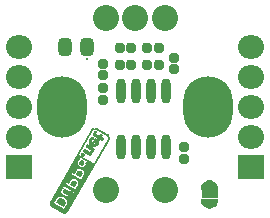
<source format=gbs>
G04*
G04 #@! TF.GenerationSoftware,Altium Limited,Altium Designer,20.0.10 (225)*
G04*
G04 Layer_Color=16711935*
%FSLAX25Y25*%
%MOIN*%
G70*
G01*
G75*
%ADD12O,0.08674X0.07887*%
%ADD13R,0.08674X0.07887*%
%ADD14C,0.08674*%
%ADD15O,0.16548X0.20485*%
%ADD16C,0.01200*%
%ADD17C,0.00400*%
%ADD29O,0.03800X0.01800*%
%ADD33C,0.00100*%
G04:AMPARAMS|DCode=34|XSize=32.5mil|YSize=34mil|CornerRadius=10.13mil|HoleSize=0mil|Usage=FLASHONLY|Rotation=180.000|XOffset=0mil|YOffset=0mil|HoleType=Round|Shape=RoundedRectangle|*
%AMROUNDEDRECTD34*
21,1,0.03250,0.01375,0,0,180.0*
21,1,0.01225,0.03400,0,0,180.0*
1,1,0.02025,-0.00613,0.00688*
1,1,0.02025,0.00613,0.00688*
1,1,0.02025,0.00613,-0.00688*
1,1,0.02025,-0.00613,-0.00688*
%
%ADD34ROUNDEDRECTD34*%
G04:AMPARAMS|DCode=35|XSize=32.5mil|YSize=34mil|CornerRadius=10.13mil|HoleSize=0mil|Usage=FLASHONLY|Rotation=270.000|XOffset=0mil|YOffset=0mil|HoleType=Round|Shape=RoundedRectangle|*
%AMROUNDEDRECTD35*
21,1,0.03250,0.01375,0,0,270.0*
21,1,0.01225,0.03400,0,0,270.0*
1,1,0.02025,-0.00688,-0.00613*
1,1,0.02025,-0.00688,0.00613*
1,1,0.02025,0.00688,0.00613*
1,1,0.02025,0.00688,-0.00613*
%
%ADD35ROUNDEDRECTD35*%
%ADD36R,0.05800X0.02800*%
G04:AMPARAMS|DCode=37|XSize=44mil|YSize=59mil|CornerRadius=13mil|HoleSize=0mil|Usage=FLASHONLY|Rotation=180.000|XOffset=0mil|YOffset=0mil|HoleType=Round|Shape=RoundedRectangle|*
%AMROUNDEDRECTD37*
21,1,0.04400,0.03300,0,0,180.0*
21,1,0.01800,0.05900,0,0,180.0*
1,1,0.02600,-0.00900,0.01650*
1,1,0.02600,0.00900,0.01650*
1,1,0.02600,0.00900,-0.01650*
1,1,0.02600,-0.00900,-0.01650*
%
%ADD37ROUNDEDRECTD37*%
%ADD38O,0.03162X0.08280*%
G36*
X22303Y-30533D02*
X27303Y-30533D01*
X27355Y-30536D01*
X27407Y-30547D01*
X27432Y-30555D01*
X27457Y-30564D01*
X27503Y-30587D01*
X27547Y-30616D01*
X27586Y-30650D01*
Y-30650D01*
X27586D01*
X27621Y-30690D01*
X27650Y-30733D01*
X27674Y-30781D01*
X27682Y-30805D01*
X27690Y-30830D01*
X27700Y-30882D01*
X27704Y-30934D01*
X27704Y-31431D01*
Y-31431D01*
Y-31431D01*
X27700Y-31484D01*
X27690Y-31535D01*
X27682Y-31560D01*
X27674Y-31585D01*
X27673Y-31585D01*
X27293Y-32503D01*
X27293Y-32503D01*
X27281Y-32527D01*
X27270Y-32550D01*
X27241Y-32594D01*
X27206Y-32634D01*
X27206Y-32634D01*
X26503Y-33337D01*
X26503D01*
Y-33337D01*
X26463Y-33371D01*
X26449Y-33381D01*
X26420Y-33400D01*
X26373Y-33424D01*
X25454Y-33804D01*
X25454Y-33804D01*
X25417Y-33817D01*
X25404Y-33821D01*
X25353Y-33831D01*
X25300Y-33835D01*
D01*
X25300D01*
X24803Y-33835D01*
X24306Y-33835D01*
X24306D01*
X24306D01*
X24296Y-33834D01*
X24254Y-33831D01*
X24202Y-33821D01*
X24202Y-33821D01*
D01*
X24201Y-33821D01*
X24152Y-33804D01*
X24152Y-33804D01*
X23234Y-33424D01*
X23234Y-33424D01*
X23187Y-33401D01*
X23187Y-33400D01*
D01*
X23187Y-33400D01*
X23143Y-33371D01*
X23127Y-33358D01*
X23103Y-33337D01*
X23103Y-33337D01*
X22400Y-32634D01*
X22400Y-32634D01*
X22380Y-32610D01*
X22366Y-32594D01*
X22336Y-32550D01*
X22336Y-32550D01*
D01*
X22336Y-32549D01*
X22313Y-32503D01*
X22313Y-32503D01*
X21933Y-31585D01*
X21933Y-31585D01*
X21916Y-31536D01*
X21916Y-31535D01*
D01*
X21916Y-31535D01*
X21906Y-31483D01*
X21903Y-31441D01*
X21902Y-31431D01*
Y-31431D01*
Y-31431D01*
X21902Y-30934D01*
X21903Y-30920D01*
X21906Y-30882D01*
X21916Y-30830D01*
Y-30830D01*
X21916Y-30830D01*
X21922Y-30812D01*
X21933Y-30780D01*
X21956Y-30733D01*
X21956Y-30733D01*
D01*
X21985Y-30690D01*
X22007Y-30665D01*
X22020Y-30650D01*
X22020Y-30650D01*
X22020Y-30650D01*
X22034Y-30638D01*
X22059Y-30616D01*
X22103Y-30587D01*
D01*
X22103Y-30587D01*
X22150Y-30564D01*
X22182Y-30553D01*
X22199Y-30547D01*
X22199Y-30547D01*
X22199D01*
X22251Y-30536D01*
X22289Y-30534D01*
X22303Y-30533D01*
X22303D01*
D01*
D01*
D02*
G37*
G36*
X25353Y-24436D02*
X25373Y-24441D01*
X25404Y-24447D01*
X25454Y-24464D01*
X25454Y-24464D01*
X26373Y-24844D01*
X26373Y-24844D01*
X26419Y-24867D01*
X26420Y-24867D01*
D01*
X26420Y-24867D01*
X26463Y-24896D01*
X26479Y-24910D01*
X26503Y-24931D01*
X26503Y-24931D01*
X27206Y-25634D01*
X27206Y-25634D01*
X27227Y-25658D01*
X27241Y-25674D01*
X27270Y-25717D01*
X27270Y-25717D01*
D01*
X27270Y-25719D01*
X27293Y-25764D01*
X27293Y-25764D01*
X27674Y-26683D01*
X27674Y-26683D01*
X27690Y-26732D01*
X27690Y-26733D01*
D01*
X27690Y-26733D01*
X27701Y-26784D01*
X27703Y-26826D01*
X27704Y-26837D01*
Y-26837D01*
Y-26837D01*
X27704Y-27334D01*
X27704Y-27334D01*
X27700Y-27386D01*
X27690Y-27438D01*
X27674Y-27487D01*
X27650Y-27534D01*
X27621Y-27578D01*
X27621Y-27578D01*
X27621Y-27578D01*
X27604Y-27598D01*
X27587Y-27617D01*
X27587Y-27617D01*
X27586Y-27617D01*
X27586Y-27617D01*
X27572Y-27630D01*
X27547Y-27652D01*
X27503Y-27681D01*
D01*
X27503Y-27681D01*
X27479Y-27693D01*
X27457Y-27704D01*
X27457Y-27704D01*
X27457Y-27704D01*
X27434Y-27712D01*
X27407Y-27721D01*
X27407Y-27721D01*
X27407D01*
X27355Y-27731D01*
X27317Y-27734D01*
X27303Y-27735D01*
X27303D01*
X27303D01*
X27303Y-27735D01*
X22303Y-27735D01*
X22251Y-27731D01*
X22199Y-27721D01*
X22174Y-27713D01*
X22150Y-27704D01*
X22103Y-27681D01*
X22059Y-27652D01*
X22020Y-27617D01*
Y-27617D01*
X22020D01*
X21985Y-27578D01*
X21956Y-27534D01*
X21933Y-27487D01*
X21925Y-27463D01*
X21916Y-27438D01*
X21906Y-27386D01*
X21902Y-27334D01*
X21902Y-26837D01*
Y-26837D01*
Y-26837D01*
X21906Y-26784D01*
X21916Y-26733D01*
X21925Y-26708D01*
X21933Y-26683D01*
X21933Y-26683D01*
X22313Y-25764D01*
X22313Y-25764D01*
X22325Y-25741D01*
X22337Y-25717D01*
X22366Y-25674D01*
X22400Y-25634D01*
X22400Y-25634D01*
X23104Y-24931D01*
X23104D01*
Y-24931D01*
X23143Y-24896D01*
X23157Y-24887D01*
X23187Y-24867D01*
X23234Y-24844D01*
X24152Y-24464D01*
X24152Y-24464D01*
X24190Y-24451D01*
X24202Y-24447D01*
X24253Y-24437D01*
X24306Y-24433D01*
X24306D01*
D01*
X24803Y-24433D01*
X24803Y-24433D01*
X25300Y-24433D01*
X25300D01*
X25300D01*
X25353Y-24436D01*
D02*
G37*
D12*
X-38583Y20000D02*
D03*
Y10000D02*
D03*
Y0D02*
D03*
Y-10000D02*
D03*
X38583Y20000D02*
D03*
Y10000D02*
D03*
Y0D02*
D03*
Y-10000D02*
D03*
D13*
X-38583Y-20000D02*
D03*
X38583D02*
D03*
D14*
X9843Y-27559D02*
D03*
X-9843D02*
D03*
Y29528D02*
D03*
X0D02*
D03*
X9843D02*
D03*
D15*
X-24409Y0D02*
D03*
X24409D02*
D03*
D16*
X-16142Y16142D02*
D03*
D17*
X13386Y9055D02*
D03*
X33071Y-12205D02*
D03*
X25591Y12205D02*
D03*
X19685Y11417D02*
D03*
X-8386Y-4961D02*
D03*
X16614Y25039D02*
D03*
X19114Y30039D02*
D03*
X-28386Y-24961D02*
D03*
X41614Y-34961D02*
D03*
X-13386D02*
D03*
X1614D02*
D03*
X-35886Y30039D02*
D03*
X-886Y-29961D02*
D03*
X6614Y-34961D02*
D03*
X19114Y20039D02*
D03*
X26614Y25039D02*
D03*
X29114Y20039D02*
D03*
X-15886Y-29961D02*
D03*
X29114Y30039D02*
D03*
X21614Y25039D02*
D03*
X-35886Y-29961D02*
D03*
X-28386Y-34961D02*
D03*
X-13386Y-4961D02*
D03*
X31614Y-34961D02*
D03*
X36614D02*
D03*
X-15886Y10039D02*
D03*
X31614Y25039D02*
D03*
X-8386Y-34961D02*
D03*
X4114Y-29961D02*
D03*
X1614Y-4961D02*
D03*
X39114Y30039D02*
D03*
X-3386Y-4961D02*
D03*
X-33386Y-24961D02*
D03*
X-20886Y30039D02*
D03*
X-38386Y-34961D02*
D03*
X-23386Y25039D02*
D03*
X16614Y-34961D02*
D03*
X21614D02*
D03*
X-30886Y30039D02*
D03*
X11614Y-34961D02*
D03*
X-18386Y25039D02*
D03*
X-33386Y-34961D02*
D03*
X-18386D02*
D03*
X6614Y-4961D02*
D03*
X-15886Y30039D02*
D03*
X34114Y-29961D02*
D03*
X-33386Y25039D02*
D03*
X-25886Y30039D02*
D03*
X24114D02*
D03*
Y20039D02*
D03*
X34114Y30039D02*
D03*
X-28386Y25039D02*
D03*
X-3386Y-34961D02*
D03*
X-30886Y-29961D02*
D03*
X14114Y20039D02*
D03*
X-8661Y-13386D02*
D03*
X-20472Y-12598D02*
D03*
X-4724Y-22835D02*
D03*
X7874Y11024D02*
D03*
X10236Y0D02*
D03*
X20472Y-16929D02*
D03*
X5118Y-20079D02*
D03*
D29*
X24803Y-26334D02*
D03*
Y-31934D02*
D03*
D33*
X-28461Y-31517D02*
X-14461Y-7269D01*
X-28474Y-31741D02*
X-14274Y-7146D01*
X-28487Y-31964D02*
X-14087Y-7022D01*
X-14401Y-7765D02*
X-13951Y-6986D01*
X-28451Y-32100D02*
X-19051Y-15819D01*
X-14114Y-7469D02*
X-13814Y-6949D01*
X-28414Y-32237D02*
X-19014Y-15956D01*
X-13928Y-7345D02*
X-13678Y-6912D01*
X-28378Y-32374D02*
X-18928Y-16006D01*
X-13791Y-7309D02*
X-13541Y-6876D01*
X-28341Y-32510D02*
X-18841Y-16056D01*
X-13654Y-7272D02*
X-13454Y-6926D01*
X-28254Y-32560D02*
X-18754Y-16106D01*
X-13518Y-7236D02*
X-13318Y-6889D01*
X-28218Y-32697D02*
X-18668Y-16156D01*
X-13381Y-7199D02*
X-13231Y-6939D01*
X-28131Y-32747D02*
X-18581Y-16206D01*
X-13295Y-7249D02*
X-13095Y-6903D01*
X-28095Y-32883D02*
X-18495Y-16256D01*
X-13208Y-7299D02*
X-13008Y-6953D01*
X-14108Y-8858D02*
X-13658Y-8078D01*
X-15408Y-11110D02*
X-15008Y-10417D01*
X-18108Y-15786D02*
X-17908Y-15440D01*
X-19108Y-17518D02*
X-18408Y-16306D01*
X-28008Y-32934D02*
X-19558Y-18298D01*
X-13122Y-7349D02*
X-12921Y-7003D01*
X-14121Y-9081D02*
X-13421Y-7869D01*
X-15471Y-11419D02*
X-14721Y-10120D01*
X-16471Y-13151D02*
X-16071Y-12459D01*
X-17371Y-14710D02*
X-16971Y-14017D01*
X-18121Y-16009D02*
X-17721Y-15317D01*
X-18421Y-16529D02*
X-18321Y-16356D01*
X-18921Y-17395D02*
X-18771Y-17135D01*
X-21271Y-21465D02*
X-19571Y-18521D01*
X-23171Y-24756D02*
X-21721Y-22245D01*
X-23921Y-26055D02*
X-23621Y-25536D01*
X-24571Y-27181D02*
X-24371Y-26835D01*
X-26171Y-29952D02*
X-25071Y-28047D01*
X-27921Y-32983D02*
X-27371Y-32031D01*
X-13035Y-7399D02*
X-12835Y-7053D01*
X-14085Y-9218D02*
X-13335Y-7919D01*
X-15485Y-11643D02*
X-14585Y-10084D01*
X-16385Y-13202D02*
X-15985Y-12509D01*
X-17285Y-14760D02*
X-16885Y-14067D01*
X-18035Y-16059D02*
X-17585Y-15280D01*
X-18285Y-16492D02*
X-18235Y-16406D01*
X-18735Y-17272D02*
X-18685Y-17185D01*
X-21185Y-21515D02*
X-19535Y-18657D01*
X-23085Y-24806D02*
X-21635Y-22295D01*
X-23835Y-26105D02*
X-23535Y-25586D01*
X-24385Y-27058D02*
X-24285Y-26885D01*
X-25985Y-29829D02*
X-25085Y-28270D01*
X-27835Y-33033D02*
X-27285Y-32081D01*
X-12898Y-7362D02*
X-12748Y-7103D01*
X-13998Y-9268D02*
X-13248Y-7969D01*
X-15448Y-11779D02*
X-14398Y-9961D01*
X-16298Y-13251D02*
X-15898Y-12559D01*
X-17198Y-14810D02*
X-16798Y-14118D01*
X-17998Y-16196D02*
X-17498Y-15330D01*
X-18198Y-16542D02*
X-18148Y-16456D01*
X-21098Y-21565D02*
X-19548Y-18881D01*
X-22998Y-24856D02*
X-21548Y-22345D01*
X-23748Y-26155D02*
X-23448Y-25636D01*
X-24248Y-27021D02*
X-24198Y-26935D01*
X-25798Y-29706D02*
X-25048Y-28407D01*
X-27748Y-33084D02*
X-27198Y-32131D01*
X-12812Y-7412D02*
X-12662Y-7153D01*
X-13962Y-9404D02*
X-13162Y-8019D01*
X-15412Y-11916D02*
X-14262Y-9924D01*
X-16212Y-13302D02*
X-15812Y-12609D01*
X-17112Y-14860D02*
X-16712Y-14167D01*
X-17912Y-16246D02*
X-17412Y-15380D01*
X-18112Y-16592D02*
X-18062Y-16506D01*
X-21012Y-21615D02*
X-19462Y-18931D01*
X-22912Y-24906D02*
X-21462Y-22395D01*
X-23662Y-26205D02*
X-23362Y-25686D01*
X-25662Y-29669D02*
X-25012Y-28543D01*
X-27662Y-33134D02*
X-27112Y-32181D01*
X-12725Y-7463D02*
X-12575Y-7203D01*
X-13875Y-9454D02*
X-13075Y-8069D01*
X-15375Y-12052D02*
X-14175Y-9974D01*
X-16125Y-13352D02*
X-15725Y-12659D01*
X-17025Y-14910D02*
X-16625Y-14218D01*
X-17825Y-16296D02*
X-17325Y-15430D01*
X-18025Y-16642D02*
X-17975Y-16556D01*
X-20925Y-21665D02*
X-19425Y-19067D01*
X-22825Y-24956D02*
X-21375Y-22445D01*
X-23575Y-26255D02*
X-23275Y-25736D01*
X-25525Y-29633D02*
X-24925Y-28594D01*
X-27575Y-33184D02*
X-27025Y-32231D01*
X-12638Y-7513D02*
X-12488Y-7253D01*
X-13788Y-9504D02*
X-12988Y-8119D01*
X-15338Y-12189D02*
X-14088Y-10024D01*
X-16038Y-13401D02*
X-15638Y-12709D01*
X-16938Y-14960D02*
X-16538Y-14267D01*
X-17738Y-16346D02*
X-17238Y-15480D01*
X-17938Y-16692D02*
X-17888Y-16606D01*
X-20838Y-21715D02*
X-19388Y-19204D01*
X-22738Y-25006D02*
X-21288Y-22495D01*
X-23488Y-26305D02*
X-23188Y-25786D01*
X-25388Y-29596D02*
X-24888Y-28730D01*
X-27488Y-33233D02*
X-26938Y-32281D01*
X-12552Y-7563D02*
X-12402Y-7303D01*
X-13052Y-8428D02*
X-12902Y-8169D01*
X-13702Y-9554D02*
X-13252Y-8775D01*
X-14402Y-10767D02*
X-14052Y-10161D01*
X-15252Y-12239D02*
X-14752Y-11373D01*
X-15952Y-13452D02*
X-15552Y-12759D01*
X-16852Y-15010D02*
X-16452Y-14318D01*
X-17602Y-16309D02*
X-17152Y-15530D01*
X-17852Y-16742D02*
X-17802Y-16656D01*
X-18702Y-18215D02*
X-18552Y-17955D01*
X-20752Y-21765D02*
X-19302Y-19254D01*
X-22652Y-25056D02*
X-21202Y-22545D01*
X-23402Y-26355D02*
X-23102Y-25836D01*
X-25252Y-29560D02*
X-24802Y-28780D01*
X-27402Y-33283D02*
X-26852Y-32331D01*
X-12465Y-7613D02*
X-12315Y-7353D01*
X-13615Y-9604D02*
X-13215Y-8912D01*
X-14215Y-10644D02*
X-13965Y-10211D01*
X-15215Y-12376D02*
X-14715Y-11510D01*
X-15865Y-13501D02*
X-15465Y-12809D01*
X-16765Y-15060D02*
X-16365Y-14367D01*
X-17515Y-16359D02*
X-17115Y-15667D01*
X-17765Y-16792D02*
X-17715Y-16706D01*
X-18715Y-18438D02*
X-18365Y-17832D01*
X-20665Y-21815D02*
X-19265Y-19390D01*
X-22565Y-25106D02*
X-21115Y-22595D01*
X-23315Y-26405D02*
X-23015Y-25886D01*
X-24115Y-27791D02*
X-24015Y-27618D01*
X-25115Y-29523D02*
X-24715Y-28830D01*
X-26265Y-31515D02*
X-25865Y-30822D01*
X-27315Y-33334D02*
X-26765Y-32381D01*
X-12379Y-7662D02*
X-12229Y-7403D01*
X-13529Y-9654D02*
X-13129Y-8962D01*
X-14029Y-10520D02*
X-13929Y-10347D01*
X-15129Y-12426D02*
X-14729Y-11733D01*
X-15729Y-13465D02*
X-15379Y-12859D01*
X-16679Y-15110D02*
X-16279Y-14417D01*
X-17329Y-16236D02*
X-17079Y-15803D01*
X-17729Y-16929D02*
X-17629Y-16756D01*
X-18679Y-18574D02*
X-18229Y-17795D01*
X-20579Y-21865D02*
X-19179Y-19441D01*
X-22479Y-25156D02*
X-21029Y-22645D01*
X-23229Y-26455D02*
X-22929Y-25936D01*
X-24129Y-28014D02*
X-23829Y-27494D01*
X-24979Y-29486D02*
X-24629Y-28880D01*
X-26229Y-31651D02*
X-25579Y-30526D01*
X-27229Y-33384D02*
X-26679Y-32431D01*
X-12292Y-7712D02*
X-12142Y-7453D01*
X-13442Y-9704D02*
X-13092Y-9098D01*
X-15042Y-12476D02*
X-14642Y-11783D01*
X-15642Y-13515D02*
X-15292Y-12909D01*
X-16592Y-15160D02*
X-16192Y-14468D01*
X-17642Y-16979D02*
X-17542Y-16806D01*
X-18642Y-18711D02*
X-18092Y-17758D01*
X-20492Y-21915D02*
X-19092Y-19490D01*
X-22392Y-25206D02*
X-20942Y-22695D01*
X-23142Y-26505D02*
X-22842Y-25986D01*
X-24092Y-28151D02*
X-23692Y-27458D01*
X-24892Y-29536D02*
X-24542Y-28930D01*
X-26142Y-31701D02*
X-25442Y-30489D01*
X-27142Y-33433D02*
X-26592Y-32481D01*
X-12205Y-7762D02*
X-12055Y-7503D01*
X-13355Y-9754D02*
X-13005Y-9148D01*
X-15005Y-12612D02*
X-14455Y-11660D01*
X-15555Y-13565D02*
X-15205Y-12959D01*
X-16505Y-15210D02*
X-16105Y-14517D01*
X-17555Y-17029D02*
X-17455Y-16856D01*
X-18605Y-18848D02*
X-18005Y-17808D01*
X-19605Y-20580D02*
X-19055Y-19627D01*
X-21505Y-23871D02*
X-20855Y-22745D01*
X-23055Y-26555D02*
X-22755Y-26036D01*
X-24005Y-28201D02*
X-23555Y-27421D01*
X-24755Y-29500D02*
X-24455Y-28980D01*
X-26055Y-31751D02*
X-25305Y-30452D01*
X-27055Y-33483D02*
X-26505Y-32531D01*
X-12119Y-7812D02*
X-11969Y-7553D01*
X-13269Y-9804D02*
X-12919Y-9198D01*
X-14919Y-12662D02*
X-13869Y-10844D01*
X-15469Y-13615D02*
X-15119Y-13009D01*
X-16419Y-15260D02*
X-16019Y-14568D01*
X-17469Y-17079D02*
X-17369Y-16906D01*
X-18519Y-18898D02*
X-17869Y-17772D01*
X-19419Y-20457D02*
X-18969Y-19677D01*
X-21319Y-23747D02*
X-20769Y-22795D01*
X-22969Y-26605D02*
X-22669Y-26086D01*
X-23969Y-28337D02*
X-23419Y-27385D01*
X-24669Y-29550D02*
X-24369Y-29030D01*
X-25969Y-31801D02*
X-25169Y-30416D01*
X-26969Y-33533D02*
X-26419Y-32581D01*
X-12032Y-7863D02*
X-11882Y-7603D01*
X-13182Y-9854D02*
X-12832Y-9248D01*
X-14832Y-12712D02*
X-13532Y-10461D01*
X-15382Y-13665D02*
X-15032Y-13059D01*
X-16332Y-15310D02*
X-15932Y-14617D01*
X-17382Y-17129D02*
X-17282Y-16956D01*
X-18432Y-18948D02*
X-17782Y-17822D01*
X-19282Y-20420D02*
X-18882Y-19727D01*
X-21182Y-23711D02*
X-20682Y-22845D01*
X-22882Y-26655D02*
X-22582Y-26136D01*
X-23882Y-28387D02*
X-23332Y-27435D01*
X-24582Y-29600D02*
X-24282Y-29080D01*
X-25882Y-31851D02*
X-25082Y-30466D01*
X-26882Y-33584D02*
X-26332Y-32631D01*
X-11946Y-7913D02*
X-11796Y-7653D01*
X-13096Y-9904D02*
X-12746Y-9298D01*
X-14746Y-12762D02*
X-13396Y-10424D01*
X-15296Y-13715D02*
X-14946Y-13109D01*
X-16246Y-15360D02*
X-15846Y-14668D01*
X-17296Y-17179D02*
X-17196Y-17006D01*
X-18346Y-18998D02*
X-17696Y-17872D01*
X-19096Y-20297D02*
X-18796Y-19777D01*
X-20996Y-23588D02*
X-20596Y-22895D01*
X-22796Y-26705D02*
X-22496Y-26186D01*
X-23796Y-28437D02*
X-23246Y-27485D01*
X-24446Y-29563D02*
X-24246Y-29217D01*
X-25796Y-31901D02*
X-24946Y-30429D01*
X-26796Y-33634D02*
X-26246Y-32681D01*
X-11859Y-7963D02*
X-11709Y-7703D01*
X-13009Y-9954D02*
X-12659Y-9348D01*
X-14659Y-12812D02*
X-13309Y-10474D01*
X-15259Y-13851D02*
X-14859Y-13159D01*
X-16159Y-15410D02*
X-15759Y-14717D01*
X-17209Y-17229D02*
X-17109Y-17056D01*
X-18259Y-19048D02*
X-17609Y-17922D01*
X-18959Y-20260D02*
X-18709Y-19827D01*
X-20859Y-23551D02*
X-20509Y-22945D01*
X-22709Y-26755D02*
X-22409Y-26236D01*
X-23709Y-28487D02*
X-23159Y-27535D01*
X-24359Y-29613D02*
X-24159Y-29267D01*
X-25709Y-31951D02*
X-24859Y-30479D01*
X-26709Y-33683D02*
X-26159Y-32731D01*
X-11772Y-8012D02*
X-11622Y-7753D01*
X-12922Y-10004D02*
X-12572Y-9398D01*
X-14572Y-12862D02*
X-13222Y-10524D01*
X-15172Y-13902D02*
X-14772Y-13209D01*
X-16072Y-15460D02*
X-15672Y-14767D01*
X-17122Y-17279D02*
X-17022Y-17106D01*
X-18172Y-19098D02*
X-17522Y-17972D01*
X-18872Y-20310D02*
X-18622Y-19877D01*
X-20772Y-23601D02*
X-20422Y-22995D01*
X-22622Y-26805D02*
X-22322Y-26286D01*
X-23622Y-28537D02*
X-23072Y-27585D01*
X-24272Y-29663D02*
X-24072Y-29317D01*
X-25622Y-32001D02*
X-24722Y-30443D01*
X-26622Y-33733D02*
X-26072Y-32781D01*
X-11686Y-8062D02*
X-11536Y-7803D01*
X-12836Y-10054D02*
X-12486Y-9448D01*
X-13736Y-11613D02*
X-13136Y-10574D01*
X-14486Y-12912D02*
X-14086Y-12219D01*
X-15086Y-13951D02*
X-14686Y-13259D01*
X-15986Y-15510D02*
X-15586Y-14818D01*
X-17036Y-17329D02*
X-16936Y-17156D01*
X-18086Y-19148D02*
X-17436Y-18022D01*
X-18736Y-20274D02*
X-18536Y-19927D01*
X-20636Y-23564D02*
X-20336Y-23045D01*
X-22536Y-26855D02*
X-22236Y-26336D01*
X-23536Y-28587D02*
X-22986Y-27635D01*
X-24186Y-29713D02*
X-23986Y-29367D01*
X-25536Y-32051D02*
X-24636Y-30493D01*
X-26536Y-33784D02*
X-25986Y-32831D01*
X-11599Y-8112D02*
X-11449Y-7853D01*
X-12749Y-10104D02*
X-12399Y-9498D01*
X-13449Y-11317D02*
X-13049Y-10624D01*
X-14349Y-12876D02*
X-13999Y-12269D01*
X-14999Y-14002D02*
X-14599Y-13309D01*
X-15899Y-15560D02*
X-15499Y-14867D01*
X-16949Y-17379D02*
X-16849Y-17206D01*
X-17999Y-19198D02*
X-17399Y-18158D01*
X-18649Y-20324D02*
X-18449Y-19977D01*
X-19749Y-22229D02*
X-19299Y-21449D01*
X-20549Y-23614D02*
X-20249Y-23095D01*
X-21649Y-25520D02*
X-21199Y-24740D01*
X-22449Y-26905D02*
X-22149Y-26386D01*
X-23449Y-28637D02*
X-22899Y-27685D01*
X-24099Y-29763D02*
X-23899Y-29417D01*
X-25449Y-32101D02*
X-24549Y-30543D01*
X-26449Y-33834D02*
X-25899Y-32881D01*
X-11513Y-8162D02*
X-11363Y-7903D01*
X-12663Y-10154D02*
X-12313Y-9548D01*
X-13363Y-11367D02*
X-12963Y-10674D01*
X-14263Y-12926D02*
X-13863Y-12233D01*
X-14913Y-14051D02*
X-14513Y-13359D01*
X-15813Y-15610D02*
X-15413Y-14918D01*
X-16863Y-17429D02*
X-16763Y-17256D01*
X-17863Y-19161D02*
X-17313Y-18208D01*
X-18513Y-20287D02*
X-18313Y-19940D01*
X-19713Y-22365D02*
X-19063Y-21239D01*
X-20413Y-23578D02*
X-20163Y-23145D01*
X-21613Y-25656D02*
X-20963Y-24530D01*
X-22363Y-26955D02*
X-22063Y-26436D01*
X-23363Y-28687D02*
X-22813Y-27735D01*
X-23963Y-29727D02*
X-23763Y-29380D01*
X-25363Y-32151D02*
X-24413Y-30506D01*
X-26363Y-33884D02*
X-25813Y-32931D01*
X-11426Y-8213D02*
X-11276Y-7953D01*
X-12576Y-10204D02*
X-12176Y-9511D01*
X-13326Y-11503D02*
X-12876Y-10724D01*
X-14176Y-12976D02*
X-13776Y-12283D01*
X-14826Y-14101D02*
X-14426Y-13409D01*
X-15726Y-15660D02*
X-15276Y-14881D01*
X-16776Y-17479D02*
X-16676Y-17306D01*
X-17726Y-19124D02*
X-17276Y-18345D01*
X-18426Y-20337D02*
X-18226Y-19990D01*
X-19626Y-22415D02*
X-18926Y-21203D01*
X-20326Y-23628D02*
X-20076Y-23195D01*
X-21526Y-25706D02*
X-20826Y-24494D01*
X-22276Y-27005D02*
X-21976Y-26486D01*
X-23276Y-28737D02*
X-22726Y-27785D01*
X-23876Y-29777D02*
X-23676Y-29430D01*
X-25276Y-32201D02*
X-24326Y-30556D01*
X-26276Y-33933D02*
X-25726Y-32981D01*
X-11339Y-8263D02*
X-11189Y-8003D01*
X-11939Y-9302D02*
X-11689Y-8869D01*
X-12489Y-10254D02*
X-12089Y-9561D01*
X-13289Y-11640D02*
X-12789Y-10774D01*
X-14089Y-13026D02*
X-13589Y-12160D01*
X-14789Y-14238D02*
X-14339Y-13459D01*
X-15639Y-15710D02*
X-15089Y-14758D01*
X-16689Y-17529D02*
X-16589Y-17356D01*
X-17589Y-19088D02*
X-17239Y-18482D01*
X-18339Y-20387D02*
X-18139Y-20041D01*
X-19539Y-22465D02*
X-18839Y-21253D01*
X-20239Y-23678D02*
X-19989Y-23245D01*
X-21439Y-25756D02*
X-20739Y-24544D01*
X-22189Y-27055D02*
X-21889Y-26536D01*
X-23189Y-28787D02*
X-22639Y-27835D01*
X-23789Y-29827D02*
X-23589Y-29480D01*
X-25189Y-32251D02*
X-24239Y-30606D01*
X-26189Y-33983D02*
X-25639Y-33031D01*
X-11253Y-8313D02*
X-11103Y-8053D01*
X-12553Y-10564D02*
X-11603Y-8919D01*
X-13253Y-11777D02*
X-12753Y-10911D01*
X-13953Y-12989D02*
X-13453Y-12123D01*
X-14753Y-14375D02*
X-14253Y-13509D01*
X-15553Y-15760D02*
X-14953Y-14721D01*
X-16553Y-17492D02*
X-16503Y-17406D01*
X-17403Y-18965D02*
X-17253Y-18705D01*
X-18203Y-20350D02*
X-18003Y-20004D01*
X-19453Y-22515D02*
X-18703Y-21216D01*
X-20103Y-23641D02*
X-19903Y-23295D01*
X-21353Y-25806D02*
X-20603Y-24507D01*
X-22103Y-27105D02*
X-21803Y-26586D01*
X-23103Y-28837D02*
X-22553Y-27885D01*
X-23703Y-29877D02*
X-23503Y-29530D01*
X-25103Y-32301D02*
X-24153Y-30656D01*
X-26103Y-34034D02*
X-25553Y-33081D01*
X-11166Y-8363D02*
X-11016Y-8103D01*
X-12516Y-10701D02*
X-11516Y-8969D01*
X-13816Y-12952D02*
X-12666Y-10961D01*
X-15466Y-15810D02*
X-14166Y-13559D01*
X-16466Y-17542D02*
X-16416Y-17456D01*
X-18116Y-20400D02*
X-17916Y-20054D01*
X-19366Y-22565D02*
X-18616Y-21266D01*
X-20016Y-23691D02*
X-19816Y-23345D01*
X-21266Y-25856D02*
X-20516Y-24557D01*
X-22016Y-27155D02*
X-21716Y-26636D01*
X-22966Y-28801D02*
X-22466Y-27935D01*
X-23616Y-29926D02*
X-23416Y-29580D01*
X-25016Y-32351D02*
X-24066Y-30706D01*
X-26016Y-34084D02*
X-25466Y-33131D01*
X-11080Y-8412D02*
X-10930Y-8153D01*
X-12430Y-10751D02*
X-11430Y-9019D01*
X-13730Y-13002D02*
X-12630Y-11097D01*
X-15430Y-15947D02*
X-14080Y-13609D01*
X-16380Y-17592D02*
X-16330Y-17506D01*
X-18030Y-20450D02*
X-17780Y-20017D01*
X-19280Y-22615D02*
X-18480Y-21230D01*
X-19930Y-23741D02*
X-19730Y-23395D01*
X-21180Y-25906D02*
X-20380Y-24521D01*
X-21930Y-27205D02*
X-21630Y-26686D01*
X-22880Y-28851D02*
X-22380Y-27985D01*
X-23530Y-29976D02*
X-23330Y-29630D01*
X-24930Y-32401D02*
X-24030Y-30843D01*
X-25930Y-34133D02*
X-25380Y-33181D01*
X-10993Y-8462D02*
X-10843Y-8203D01*
X-12343Y-10801D02*
X-11343Y-9069D01*
X-13593Y-12966D02*
X-12593Y-11234D01*
X-15343Y-15997D02*
X-14043Y-13745D01*
X-16293Y-17642D02*
X-16243Y-17556D01*
X-17943Y-20500D02*
X-17643Y-19981D01*
X-19193Y-22665D02*
X-18393Y-21280D01*
X-19843Y-23791D02*
X-19643Y-23445D01*
X-21093Y-25956D02*
X-20293Y-24571D01*
X-21843Y-27255D02*
X-21543Y-26736D01*
X-22793Y-28901D02*
X-22293Y-28035D01*
X-23493Y-30113D02*
X-23243Y-29680D01*
X-24843Y-32451D02*
X-23943Y-30893D01*
X-25843Y-34183D02*
X-25293Y-33231D01*
X-10906Y-8512D02*
X-10756Y-8253D01*
X-12256Y-10851D02*
X-11256Y-9119D01*
X-13456Y-12929D02*
X-12556Y-11370D01*
X-15256Y-16047D02*
X-13956Y-13795D01*
X-16206Y-17692D02*
X-16156Y-17606D01*
X-17856Y-20550D02*
X-17556Y-20031D01*
X-19106Y-22715D02*
X-18306Y-21330D01*
X-19756Y-23841D02*
X-19556Y-23495D01*
X-21006Y-26006D02*
X-20206Y-24621D01*
X-21756Y-27305D02*
X-21456Y-26786D01*
X-22706Y-28951D02*
X-22206Y-28085D01*
X-23406Y-30163D02*
X-23156Y-29730D01*
X-24756Y-32501D02*
X-23856Y-30943D01*
X-25756Y-34233D02*
X-25206Y-33281D01*
X-10820Y-8563D02*
X-10670Y-8303D01*
X-12170Y-10901D02*
X-11170Y-9169D01*
X-13320Y-12893D02*
X-12520Y-11507D01*
X-14620Y-15144D02*
X-13920Y-13932D01*
X-15170Y-16097D02*
X-14770Y-15404D01*
X-16120Y-17742D02*
X-16070Y-17656D01*
X-16570Y-18522D02*
X-16520Y-18435D01*
X-17770Y-20600D02*
X-17370Y-19907D01*
X-19020Y-22765D02*
X-18220Y-21380D01*
X-19670Y-23891D02*
X-19470Y-23545D01*
X-20920Y-26056D02*
X-20120Y-24671D01*
X-21670Y-27355D02*
X-21370Y-26836D01*
X-22620Y-29001D02*
X-22120Y-28135D01*
X-23320Y-30213D02*
X-23020Y-29693D01*
X-24670Y-32551D02*
X-23770Y-30993D01*
X-25670Y-34284D02*
X-25120Y-33331D01*
X-10733Y-8613D02*
X-10583Y-8353D01*
X-11933Y-10691D02*
X-11083Y-9219D01*
X-13133Y-12769D02*
X-12483Y-11644D01*
X-14483Y-15108D02*
X-13883Y-14069D01*
X-14833Y-15714D02*
X-14683Y-15454D01*
X-16033Y-17792D02*
X-15983Y-17706D01*
X-16533Y-18658D02*
X-16383Y-18399D01*
X-17683Y-20650D02*
X-17233Y-19871D01*
X-18933Y-22815D02*
X-18183Y-21516D01*
X-19583Y-23941D02*
X-19383Y-23595D01*
X-20833Y-26106D02*
X-20083Y-24807D01*
X-21583Y-27405D02*
X-21283Y-26886D01*
X-22533Y-29051D02*
X-21983Y-28098D01*
X-23233Y-30263D02*
X-22933Y-29744D01*
X-24583Y-32601D02*
X-23733Y-31129D01*
X-25583Y-34334D02*
X-25033Y-33381D01*
X-10647Y-8663D02*
X-10497Y-8403D01*
X-11796Y-10654D02*
X-11396Y-9962D01*
X-12897Y-12560D02*
X-12547Y-11953D01*
X-14247Y-14898D02*
X-13897Y-14292D01*
X-16547Y-18882D02*
X-15897Y-17756D01*
X-17597Y-20700D02*
X-17047Y-19748D01*
X-18847Y-22865D02*
X-18097Y-21566D01*
X-19497Y-23991D02*
X-19297Y-23645D01*
X-20747Y-26156D02*
X-19997Y-24857D01*
X-23197Y-30400D02*
X-21196Y-26936D01*
X-24497Y-32651D02*
X-23697Y-31266D01*
X-25497Y-34383D02*
X-24947Y-33431D01*
X-10560Y-8713D02*
X-10410Y-8453D01*
X-11710Y-10704D02*
X-11310Y-10012D01*
X-17510Y-20750D02*
X-15810Y-17806D01*
X-18760Y-22915D02*
X-18010Y-21616D01*
X-19410Y-24041D02*
X-19210Y-23695D01*
X-20660Y-26206D02*
X-19910Y-24907D01*
X-23110Y-30450D02*
X-21110Y-26986D01*
X-24410Y-32701D02*
X-23610Y-31316D01*
X-25410Y-34433D02*
X-24860Y-33481D01*
X-10473Y-8762D02*
X-10323Y-8503D01*
X-11623Y-10754D02*
X-11223Y-10062D01*
X-17473Y-20887D02*
X-15723Y-17856D01*
X-18673Y-22965D02*
X-17973Y-21753D01*
X-19373Y-24178D02*
X-19123Y-23745D01*
X-20573Y-26256D02*
X-19873Y-25044D01*
X-23023Y-30500D02*
X-21023Y-27036D01*
X-24323Y-32751D02*
X-23573Y-31452D01*
X-25323Y-34484D02*
X-24773Y-33531D01*
X-10387Y-8812D02*
X-10237Y-8553D01*
X-11537Y-10804D02*
X-11137Y-10112D01*
X-17387Y-20937D02*
X-15637Y-17906D01*
X-18587Y-23015D02*
X-17937Y-21890D01*
X-19287Y-24228D02*
X-19037Y-23795D01*
X-20487Y-26306D02*
X-19837Y-25180D01*
X-22987Y-30636D02*
X-20937Y-27086D01*
X-24237Y-32801D02*
X-23537Y-31589D01*
X-25237Y-34534D02*
X-24687Y-33581D01*
X-10300Y-8862D02*
X-10150Y-8603D01*
X-11450Y-10854D02*
X-11050Y-10161D01*
X-17300Y-20987D02*
X-15550Y-17956D01*
X-18500Y-23065D02*
X-17900Y-22026D01*
X-19200Y-24278D02*
X-18950Y-23845D01*
X-20400Y-26356D02*
X-19800Y-25317D01*
X-22900Y-30686D02*
X-20850Y-27136D01*
X-24150Y-32851D02*
X-23550Y-31812D01*
X-25150Y-34584D02*
X-24600Y-33631D01*
X-10214Y-8912D02*
X-10063Y-8653D01*
X-11364Y-10904D02*
X-10964Y-10212D01*
X-17264Y-21123D02*
X-15463Y-18006D01*
X-18263Y-22855D02*
X-17913Y-22249D01*
X-19163Y-24414D02*
X-18864Y-23895D01*
X-20164Y-26146D02*
X-19814Y-25540D01*
X-22863Y-30823D02*
X-20764Y-27186D01*
X-24013Y-32815D02*
X-23663Y-32209D01*
X-25064Y-34633D02*
X-24514Y-33681D01*
X-10127Y-8963D02*
X-9977Y-8703D01*
X-11277Y-10954D02*
X-10877Y-10261D01*
X-17177Y-21173D02*
X-15377Y-18056D01*
X-19077Y-24464D02*
X-18777Y-23945D01*
X-22827Y-30960D02*
X-20677Y-27236D01*
X-24977Y-34683D02*
X-24427Y-33731D01*
X-10040Y-9013D02*
X-9890Y-8753D01*
X-11190Y-11004D02*
X-10790Y-10312D01*
X-17140Y-21310D02*
X-15290Y-18106D01*
X-19040Y-24601D02*
X-18690Y-23995D01*
X-22790Y-31096D02*
X-20590Y-27286D01*
X-24890Y-34734D02*
X-24340Y-33781D01*
X-9954Y-9063D02*
X-9804Y-8803D01*
X-11104Y-11054D02*
X-10704Y-10362D01*
X-17104Y-21447D02*
X-15204Y-18156D01*
X-19004Y-24738D02*
X-18604Y-24045D01*
X-22754Y-31233D02*
X-20504Y-27336D01*
X-24804Y-34784D02*
X-24254Y-33831D01*
X-9867Y-9112D02*
X-9717Y-8853D01*
X-11017Y-11104D02*
X-10817Y-10758D01*
X-17067Y-21583D02*
X-15117Y-18206D01*
X-18967Y-24874D02*
X-18517Y-24095D01*
X-22717Y-31369D02*
X-20417Y-27386D01*
X-24717Y-34833D02*
X-24167Y-33881D01*
X-9781Y-9162D02*
X-9630Y-8903D01*
X-17030Y-21720D02*
X-15031Y-18256D01*
X-18930Y-25011D02*
X-18430Y-24145D01*
X-22681Y-31506D02*
X-20331Y-27436D01*
X-24631Y-34883D02*
X-24081Y-33931D01*
X-9694Y-9212D02*
X-9544Y-8953D01*
X-16994Y-21857D02*
X-14944Y-18306D01*
X-18894Y-25147D02*
X-18344Y-24195D01*
X-22694Y-31729D02*
X-20244Y-27486D01*
X-24544Y-34934D02*
X-23994Y-33981D01*
X-9607Y-9262D02*
X-9457Y-9003D01*
X-17007Y-22080D02*
X-14857Y-18356D01*
X-18907Y-25371D02*
X-18257Y-24245D01*
X-22807Y-32126D02*
X-20157Y-27536D01*
X-24457Y-34984D02*
X-23907Y-34031D01*
X-9571Y-9399D02*
X-9371Y-9053D01*
X-24371Y-35034D02*
X-14771Y-18406D01*
X-9484Y-9449D02*
X-9284Y-9103D01*
X-24284Y-35083D02*
X-14684Y-18456D01*
X-9398Y-9499D02*
X-9198Y-9153D01*
X-24197Y-35133D02*
X-14597Y-18506D01*
X-9311Y-9549D02*
X-9111Y-9203D01*
X-24111Y-35184D02*
X-14511Y-18556D01*
X-9224Y-9599D02*
X-9074Y-9339D01*
X-23974Y-35147D02*
X-14424Y-18606D01*
X-9188Y-9736D02*
X-8988Y-9389D01*
X-23888Y-35197D02*
X-14338Y-18656D01*
X-9151Y-9872D02*
X-8951Y-9526D01*
X-23751Y-35160D02*
X-14251Y-18706D01*
X-9115Y-10009D02*
X-8864Y-9576D01*
X-23664Y-35210D02*
X-14164Y-18756D01*
X-9078Y-10146D02*
X-8828Y-9713D01*
X-23528Y-35174D02*
X-14078Y-18806D01*
X-9091Y-10369D02*
X-8791Y-9849D01*
X-23391Y-35137D02*
X-13991Y-18856D01*
X-9205Y-10765D02*
X-8755Y-9986D01*
X-23255Y-35100D02*
X-13855Y-18819D01*
X-23118Y-35064D02*
X-8718Y-10122D01*
X-22931Y-34941D02*
X-8732Y-10346D01*
X-22745Y-34817D02*
X-8745Y-10569D01*
D34*
X-1250Y19685D02*
D03*
X-5050D02*
D03*
X4005D02*
D03*
X7806D02*
D03*
X-1250Y14173D02*
D03*
X-5050D02*
D03*
X4005D02*
D03*
X7806D02*
D03*
D35*
X-10630Y10698D02*
D03*
Y14498D02*
D03*
Y2431D02*
D03*
Y6231D02*
D03*
X12992Y12667D02*
D03*
Y16467D02*
D03*
X16142Y-13454D02*
D03*
Y-17254D02*
D03*
D36*
X24803Y-29134D02*
D03*
D37*
X-15985Y20079D02*
D03*
X-23385D02*
D03*
D38*
X10256Y5315D02*
D03*
X5256D02*
D03*
X256D02*
D03*
X-4744D02*
D03*
X5256Y-13189D02*
D03*
X256D02*
D03*
X10256D02*
D03*
X-4744D02*
D03*
M02*

</source>
